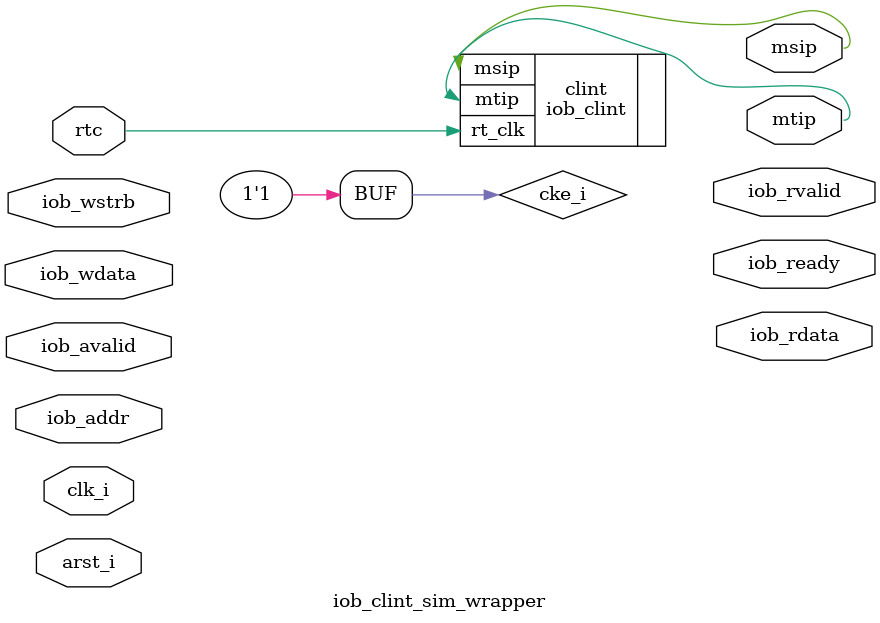
<source format=v>
`timescale 1ns / 1ps

module iob_clint_sim_wrapper #(
   parameter ADDR_W  = 16,
   parameter DATA_W  = 32,
   parameter N_CORES = 1
) (
   input clk_i,
   input arst_i,

   input rtc,

   input  [         0:0] iob_avalid,
   input  [  ADDR_W-1:0] iob_addr,
   input  [  DATA_W-1:0] iob_wdata,
   input  [DATA_W/8-1:0] iob_wstrb,
   output [         0:0] iob_rvalid,
   output [  DATA_W-1:0] iob_rdata,
   output [         0:0] iob_ready,

   output [N_CORES-1:0] mtip,
   output [N_CORES-1:0] msip
);

`ifdef VCD
   initial begin
      $dumpfile("iob_clint.vcd");
      $dumpvars();
   end
`endif

   wire cke_i = 1'b1;

   iob_clint #(
      .ADDR_W (ADDR_W),
      .DATA_W (DATA_W),
      .N_CORES(N_CORES)
   ) clint (
      `include "iob_s_portmap.vs"

      .rt_clk(rtc),

      .mtip(mtip),
      .msip(msip),

      `include "iob_clkenrst_portmap.vs"
   );

endmodule

</source>
